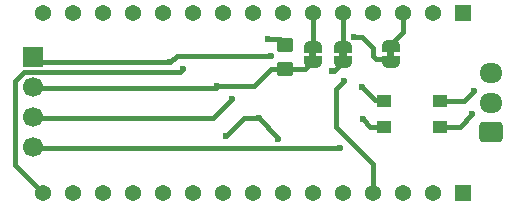
<source format=gbr>
%TF.GenerationSoftware,KiCad,Pcbnew,9.0.1*%
%TF.CreationDate,2025-04-21T23:50:01-04:00*%
%TF.ProjectId,can-nano-shield,63616e2d-6e61-46e6-9f2d-736869656c64,rev?*%
%TF.SameCoordinates,Original*%
%TF.FileFunction,Copper,L1,Top*%
%TF.FilePolarity,Positive*%
%FSLAX46Y46*%
G04 Gerber Fmt 4.6, Leading zero omitted, Abs format (unit mm)*
G04 Created by KiCad (PCBNEW 9.0.1) date 2025-04-21 23:50:01*
%MOMM*%
%LPD*%
G01*
G04 APERTURE LIST*
G04 Aperture macros list*
%AMRoundRect*
0 Rectangle with rounded corners*
0 $1 Rounding radius*
0 $2 $3 $4 $5 $6 $7 $8 $9 X,Y pos of 4 corners*
0 Add a 4 corners polygon primitive as box body*
4,1,4,$2,$3,$4,$5,$6,$7,$8,$9,$2,$3,0*
0 Add four circle primitives for the rounded corners*
1,1,$1+$1,$2,$3*
1,1,$1+$1,$4,$5*
1,1,$1+$1,$6,$7*
1,1,$1+$1,$8,$9*
0 Add four rect primitives between the rounded corners*
20,1,$1+$1,$2,$3,$4,$5,0*
20,1,$1+$1,$4,$5,$6,$7,0*
20,1,$1+$1,$6,$7,$8,$9,0*
20,1,$1+$1,$8,$9,$2,$3,0*%
%AMFreePoly0*
4,1,23,0.500000,-0.750000,0.000000,-0.750000,0.000000,-0.745722,-0.065263,-0.745722,-0.191342,-0.711940,-0.304381,-0.646677,-0.396677,-0.554381,-0.461940,-0.441342,-0.495722,-0.315263,-0.495722,-0.250000,-0.500000,-0.250000,-0.500000,0.250000,-0.495722,0.250000,-0.495722,0.315263,-0.461940,0.441342,-0.396677,0.554381,-0.304381,0.646677,-0.191342,0.711940,-0.065263,0.745722,0.000000,0.745722,
0.000000,0.750000,0.500000,0.750000,0.500000,-0.750000,0.500000,-0.750000,$1*%
%AMFreePoly1*
4,1,23,0.000000,0.745722,0.065263,0.745722,0.191342,0.711940,0.304381,0.646677,0.396677,0.554381,0.461940,0.441342,0.495722,0.315263,0.495722,0.250000,0.500000,0.250000,0.500000,-0.250000,0.495722,-0.250000,0.495722,-0.315263,0.461940,-0.441342,0.396677,-0.554381,0.304381,-0.646677,0.191342,-0.711940,0.065263,-0.745722,0.000000,-0.745722,0.000000,-0.750000,-0.500000,-0.750000,
-0.500000,0.750000,0.000000,0.750000,0.000000,0.745722,0.000000,0.745722,$1*%
G04 Aperture macros list end*
%TA.AperFunction,EtchedComponent*%
%ADD10C,0.000000*%
%TD*%
%TA.AperFunction,SMDPad,CuDef*%
%ADD11FreePoly0,270.000000*%
%TD*%
%TA.AperFunction,SMDPad,CuDef*%
%ADD12FreePoly1,270.000000*%
%TD*%
%TA.AperFunction,ComponentPad*%
%ADD13R,1.370000X1.370000*%
%TD*%
%TA.AperFunction,ComponentPad*%
%ADD14C,1.370000*%
%TD*%
%TA.AperFunction,ComponentPad*%
%ADD15RoundRect,0.250000X0.725000X-0.600000X0.725000X0.600000X-0.725000X0.600000X-0.725000X-0.600000X0*%
%TD*%
%TA.AperFunction,ComponentPad*%
%ADD16O,1.950000X1.700000*%
%TD*%
%TA.AperFunction,SMDPad,CuDef*%
%ADD17RoundRect,0.250000X-0.450000X0.350000X-0.450000X-0.350000X0.450000X-0.350000X0.450000X0.350000X0*%
%TD*%
%TA.AperFunction,SMDPad,CuDef*%
%ADD18R,1.219200X0.990600*%
%TD*%
%TA.AperFunction,ComponentPad*%
%ADD19R,1.700000X1.700000*%
%TD*%
%TA.AperFunction,ComponentPad*%
%ADD20C,1.700000*%
%TD*%
%TA.AperFunction,ViaPad*%
%ADD21C,0.600000*%
%TD*%
%TA.AperFunction,Conductor*%
%ADD22C,0.400000*%
%TD*%
G04 APERTURE END LIST*
D10*
%TA.AperFunction,EtchedComponent*%
%TO.C,JP3*%
G36*
X139000000Y-88450000D02*
G01*
X138400000Y-88450000D01*
X138400000Y-87950000D01*
X139000000Y-87950000D01*
X139000000Y-88450000D01*
G37*
%TD.AperFunction*%
%TA.AperFunction,EtchedComponent*%
%TO.C,JP4*%
G36*
X141575000Y-88450000D02*
G01*
X140975000Y-88450000D01*
X140975000Y-87950000D01*
X141575000Y-87950000D01*
X141575000Y-88450000D01*
G37*
%TD.AperFunction*%
%TA.AperFunction,EtchedComponent*%
%TO.C,JP5*%
G36*
X145600000Y-88425000D02*
G01*
X145000000Y-88425000D01*
X145000000Y-87925000D01*
X145600000Y-87925000D01*
X145600000Y-88425000D01*
G37*
%TD.AperFunction*%
%TD*%
D11*
%TO.P,JP3,1,A*%
%TO.N,/CAN_CS_DEFAULT*%
X138700000Y-87550000D03*
D12*
%TO.P,JP3,2,B*%
%TO.N,/CAN_CS*%
X138700000Y-88850000D03*
%TD*%
D11*
%TO.P,JP4,1,A*%
%TO.N,/CAN_INT_DEFAULT*%
X141275000Y-87550000D03*
D12*
%TO.P,JP4,2,B*%
%TO.N,/~{CAN_INT}*%
X141275000Y-88850000D03*
%TD*%
D13*
%TO.P,J2,01,01*%
%TO.N,/VIN*%
X151400000Y-99930000D03*
D14*
%TO.P,J2,02,02*%
%TO.N,GND*%
X148860000Y-99930000D03*
%TO.P,J2,03,03*%
%TO.N,/RST2*%
X146320000Y-99930000D03*
%TO.P,J2,04,04*%
%TO.N,+5V*%
X143780000Y-99930000D03*
%TO.P,J2,05,05*%
%TO.N,/A7*%
X141240000Y-99930000D03*
%TO.P,J2,06,06*%
%TO.N,/A6*%
X138700000Y-99930000D03*
%TO.P,J2,07,07*%
%TO.N,/A5*%
X136160000Y-99930000D03*
%TO.P,J2,08,08*%
%TO.N,/A4*%
X133620000Y-99930000D03*
%TO.P,J2,09,09*%
%TO.N,/A3*%
X131080000Y-99930000D03*
%TO.P,J2,10,10*%
%TO.N,/A2*%
X128540000Y-99930000D03*
%TO.P,J2,11,11*%
%TO.N,/A1*%
X126000000Y-99930000D03*
%TO.P,J2,12,12*%
%TO.N,/A0*%
X123460000Y-99930000D03*
%TO.P,J2,13,13*%
%TO.N,/AREF*%
X120920000Y-99930000D03*
%TO.P,J2,14,14*%
%TO.N,+3V3*%
X118380000Y-99930000D03*
%TO.P,J2,15,15*%
%TO.N,/SCK*%
X115840000Y-99930000D03*
%TD*%
D15*
%TO.P,J4,1,Pin_1*%
%TO.N,/CAN_H*%
X153790000Y-94780000D03*
D16*
%TO.P,J4,2,Pin_2*%
%TO.N,GND*%
X153790000Y-92280000D03*
%TO.P,J4,3,Pin_3*%
%TO.N,/CAN_L*%
X153790000Y-89780000D03*
%TD*%
D17*
%TO.P,R1,1*%
%TO.N,+5V*%
X136325000Y-87425000D03*
%TO.P,R1,2*%
%TO.N,/CAN_CS*%
X136325000Y-89425000D03*
%TD*%
D11*
%TO.P,JP5,1,A*%
%TO.N,/RST1*%
X145300000Y-87525000D03*
D12*
%TO.P,JP5,2,B*%
%TO.N,/CAN_RESET*%
X145300000Y-88825000D03*
%TD*%
D18*
%TO.P,T1,1,1*%
%TO.N,/CAN_H_IN*%
X144781000Y-94320000D03*
%TO.P,T1,2,2*%
%TO.N,/CAN_H*%
X149480000Y-94320000D03*
%TO.P,T1,3,3*%
%TO.N,/CAN_L*%
X149480000Y-92120000D03*
%TO.P,T1,4,4*%
%TO.N,/CAN_L_IN*%
X144781000Y-92120000D03*
%TD*%
D13*
%TO.P,J1,01,01*%
%TO.N,/D1*%
X151405000Y-84700000D03*
D14*
%TO.P,J1,02,02*%
%TO.N,/D0*%
X148865000Y-84700000D03*
%TO.P,J1,03,03*%
%TO.N,/RST1*%
X146325000Y-84700000D03*
%TO.P,J1,04,04*%
%TO.N,GND*%
X143785000Y-84700000D03*
%TO.P,J1,05,05*%
%TO.N,/CAN_INT_DEFAULT*%
X141245000Y-84700000D03*
%TO.P,J1,06,06*%
%TO.N,/CAN_CS_DEFAULT*%
X138705000Y-84700000D03*
%TO.P,J1,07,07*%
%TO.N,/D4*%
X136165000Y-84700000D03*
%TO.P,J1,08,08*%
%TO.N,/D5*%
X133625000Y-84700000D03*
%TO.P,J1,09,09*%
%TO.N,/D6*%
X131085000Y-84700000D03*
%TO.P,J1,10,10*%
%TO.N,/D7*%
X128545000Y-84700000D03*
%TO.P,J1,11,11*%
%TO.N,/D8*%
X126005000Y-84700000D03*
%TO.P,J1,12,12*%
%TO.N,/D9*%
X123465000Y-84700000D03*
%TO.P,J1,13,13*%
%TO.N,/D10*%
X120925000Y-84700000D03*
%TO.P,J1,14,14*%
%TO.N,/MOSI*%
X118385000Y-84700000D03*
%TO.P,J1,15,15*%
%TO.N,/MISO*%
X115845000Y-84700000D03*
%TD*%
D19*
%TO.P,J3,1,Pin_1*%
%TO.N,/~{CAN_INT}*%
X115025000Y-88375000D03*
D20*
%TO.P,J3,2,Pin_2*%
%TO.N,/CAN_CS*%
X115025000Y-90915000D03*
%TO.P,J3,3,Pin_3*%
%TO.N,/CAN_RESET*%
X115025000Y-93455000D03*
%TO.P,J3,4,Pin_4*%
%TO.N,/SILENT*%
X115025000Y-95995000D03*
%TD*%
D21*
%TO.N,GND*%
X131375000Y-95100000D03*
X135800000Y-95400000D03*
X134125000Y-93575000D03*
%TO.N,+5V*%
X134950000Y-86850000D03*
X141375000Y-90405000D03*
%TO.N,/CAN_H*%
X152195000Y-93275000D03*
%TO.N,/CAN_L*%
X152350000Y-91330000D03*
%TO.N,/SILENT*%
X141000000Y-96150000D03*
%TO.N,/CAN_CS*%
X130650000Y-90875000D03*
%TO.N,/~{CAN_INT}*%
X140325000Y-89625000D03*
X126610000Y-88875000D03*
X135150000Y-88300000D03*
%TO.N,/CAN_RESET*%
X131862500Y-91987500D03*
X142200000Y-86725000D03*
%TO.N,/SCK*%
X127700000Y-89450000D03*
%TO.N,/CAN_H_IN*%
X142950000Y-93680000D03*
%TO.N,/CAN_L_IN*%
X142880000Y-90950000D03*
%TD*%
D22*
%TO.N,/RST1*%
X146325000Y-84690000D02*
X146325000Y-86325000D01*
X145300000Y-87350000D02*
X145300000Y-87525000D01*
X146325000Y-86325000D02*
X145300000Y-87350000D01*
%TO.N,GND*%
X135800000Y-95400000D02*
X135800000Y-95250000D01*
X135800000Y-95250000D02*
X134125000Y-93575000D01*
X132900000Y-93575000D02*
X134125000Y-93575000D01*
X131375000Y-95100000D02*
X132900000Y-93575000D01*
%TO.N,+5V*%
X140650000Y-91100000D02*
X141345000Y-90405000D01*
X140650000Y-94300000D02*
X140650000Y-91100000D01*
X136325000Y-87225000D02*
X136325000Y-87387500D01*
X143785000Y-97435000D02*
X140650000Y-94300000D01*
X135950000Y-86850000D02*
X136325000Y-87225000D01*
X134950000Y-86850000D02*
X135950000Y-86850000D01*
X143785000Y-99930000D02*
X143785000Y-97435000D01*
X141345000Y-90405000D02*
X141375000Y-90405000D01*
%TO.N,/CAN_CS_DEFAULT*%
X138750000Y-87500000D02*
X138750000Y-84735000D01*
X138750000Y-84735000D02*
X138705000Y-84690000D01*
X138700000Y-87550000D02*
X138750000Y-87500000D01*
%TO.N,/CAN_INT_DEFAULT*%
X141245000Y-87270000D02*
X141275000Y-87300000D01*
X141275000Y-87300000D02*
X141275000Y-84720000D01*
X141275000Y-84720000D02*
X141245000Y-84690000D01*
%TO.N,/CAN_H*%
X151145000Y-94325000D02*
X149175000Y-94325000D01*
X152195000Y-93275000D02*
X151145000Y-94325000D01*
X152195000Y-93275000D02*
X152210000Y-93260000D01*
%TO.N,/CAN_L*%
X152350000Y-91330000D02*
X151540000Y-92140000D01*
X149475000Y-92025000D02*
X149175000Y-92025000D01*
X151540000Y-92140000D02*
X149505000Y-92140000D01*
%TO.N,/SILENT*%
X141000000Y-96150000D02*
X115180000Y-96150000D01*
X115180000Y-96150000D02*
X115025000Y-95995000D01*
%TO.N,/CAN_CS*%
X135162500Y-89462500D02*
X138087500Y-89462500D01*
X115025000Y-90915000D02*
X115130000Y-91020000D01*
X138087500Y-89462500D02*
X138750000Y-88800000D01*
X115130000Y-91020000D02*
X130505000Y-91020000D01*
X130650000Y-90875000D02*
X133750000Y-90875000D01*
X130505000Y-91020000D02*
X130650000Y-90875000D01*
X133750000Y-90875000D02*
X135162500Y-89462500D01*
%TO.N,/~{CAN_INT}*%
X115525000Y-88875000D02*
X115025000Y-88375000D01*
X126610000Y-88875000D02*
X115525000Y-88875000D01*
X126610000Y-88875000D02*
X126650000Y-88875000D01*
X126650000Y-88875000D02*
X127225000Y-88300000D01*
X127225000Y-88300000D02*
X135150000Y-88300000D01*
X141275000Y-88850000D02*
X140500000Y-89625000D01*
X140500000Y-89625000D02*
X140325000Y-89625000D01*
%TO.N,/CAN_RESET*%
X144075000Y-88625000D02*
X145325000Y-88625000D01*
X143797759Y-87622759D02*
X143797759Y-88347759D01*
X115130000Y-93560000D02*
X115025000Y-93455000D01*
X142900000Y-86725000D02*
X143797759Y-87622759D01*
X131862500Y-91987500D02*
X130290000Y-93560000D01*
X143797759Y-88347759D02*
X144075000Y-88625000D01*
X130290000Y-93560000D02*
X115130000Y-93560000D01*
X142200000Y-86725000D02*
X142900000Y-86725000D01*
%TO.N,/SCK*%
X127700000Y-89450000D02*
X127500000Y-89650000D01*
X113475000Y-97560000D02*
X115845000Y-99930000D01*
X114300000Y-89650000D02*
X113475000Y-90475000D01*
X113475000Y-90475000D02*
X113475000Y-97560000D01*
X127500000Y-89650000D02*
X114300000Y-89650000D01*
%TO.N,/CAN_H_IN*%
X142940000Y-93700000D02*
X143565000Y-94325000D01*
X143565000Y-94325000D02*
X145125000Y-94325000D01*
%TO.N,/CAN_L_IN*%
X142880000Y-90950000D02*
X143955000Y-92025000D01*
X143955000Y-92025000D02*
X145125000Y-92025000D01*
%TD*%
M02*

</source>
